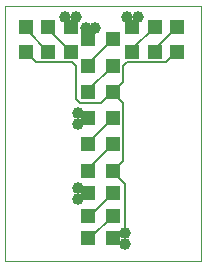
<source format=gtl>
G75*
%MOIN*%
%OFA0B0*%
%FSLAX24Y24*%
%IPPOS*%
%LPD*%
%AMOC8*
5,1,8,0,0,1.08239X$1,22.5*
%
%ADD10C,0.0000*%
%ADD11R,0.0472X0.0472*%
%ADD12C,0.0397*%
%ADD13C,0.0060*%
D10*
X002517Y002517D02*
X002517Y010992D01*
X009043Y010992D01*
X009043Y002517D01*
X002517Y002517D01*
D11*
X005291Y003267D03*
X005291Y004017D03*
X005291Y004767D03*
X005291Y005517D03*
X006118Y005517D03*
X006118Y004767D03*
X006118Y004017D03*
X006118Y003267D03*
X006118Y006392D03*
X005291Y006392D03*
X005291Y007267D03*
X006118Y007267D03*
X006118Y008142D03*
X005291Y008142D03*
X005291Y009017D03*
X004704Y009478D03*
X005291Y009892D03*
X004704Y010305D03*
X003954Y010305D03*
X003204Y010305D03*
X003204Y009478D03*
X003954Y009478D03*
X006118Y009892D03*
X006767Y010305D03*
X007517Y010305D03*
X008267Y010305D03*
X008267Y009478D03*
X007517Y009478D03*
X006767Y009478D03*
X006118Y009017D03*
D12*
X005517Y010267D03*
X005204Y010267D03*
X004892Y010642D03*
X004517Y010642D03*
X006579Y010642D03*
X006954Y010642D03*
X004954Y007454D03*
X004954Y007079D03*
X004954Y004954D03*
X004954Y004579D03*
X006517Y003454D03*
X006517Y003079D03*
D13*
X006517Y003454D01*
X006517Y005079D01*
X006118Y005478D01*
X006118Y005517D01*
X006454Y005853D01*
X006454Y007767D01*
X006118Y008103D01*
X006118Y008142D01*
X006079Y008142D01*
X005704Y007767D01*
X005017Y007767D01*
X004892Y007892D01*
X004892Y009017D01*
X004767Y009142D01*
X003541Y009142D01*
X003204Y009478D01*
X003204Y010228D02*
X003954Y009478D01*
X003954Y010228D02*
X004704Y009478D01*
X005204Y009978D02*
X005291Y009892D01*
X005329Y009930D01*
X005204Y009978D02*
X005204Y010267D01*
X005517Y010267D01*
X006118Y009892D02*
X005291Y009065D01*
X005291Y009017D01*
X005291Y008190D02*
X006118Y009017D01*
X006454Y009017D02*
X006454Y008478D01*
X006118Y008142D01*
X005291Y008142D02*
X005291Y008190D01*
X004954Y007454D02*
X004954Y007079D01*
X005103Y007079D01*
X005291Y007267D01*
X005291Y006440D02*
X006118Y007267D01*
X006118Y006392D02*
X005291Y005565D01*
X005291Y005517D01*
X004954Y004954D02*
X004954Y004579D01*
X005103Y004579D01*
X005291Y004767D01*
X005291Y004017D02*
X005368Y004017D01*
X006118Y004767D01*
X006118Y004017D02*
X005368Y003267D01*
X005291Y003267D01*
X006118Y003267D02*
X006305Y003079D01*
X006517Y003079D01*
X005291Y006392D02*
X005291Y006440D01*
X006454Y009017D02*
X006579Y009142D01*
X007892Y009142D01*
X008228Y009478D01*
X008267Y009478D01*
X007517Y009478D02*
X007517Y009555D01*
X008267Y010305D01*
X007517Y010305D02*
X006767Y009555D01*
X006767Y009478D01*
X006767Y010305D02*
X006579Y010493D01*
X006579Y010642D01*
X006954Y010642D01*
X004892Y010642D02*
X004517Y010642D01*
X004517Y010493D01*
X004704Y010305D01*
X003954Y010305D02*
X003954Y010228D01*
X003204Y010228D02*
X003204Y010305D01*
M02*

</source>
